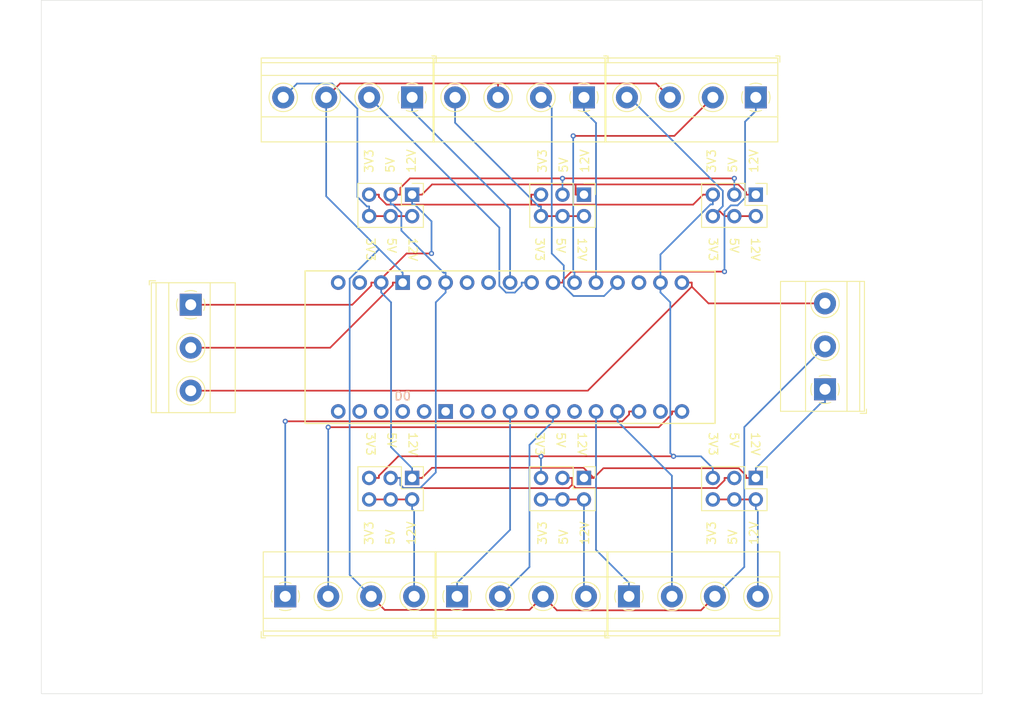
<source format=kicad_pcb>
(kicad_pcb (version 20240108) (generator "pcbnew") (generator_version "8.0")
  (title_block (title "A2SDI12") (date "2024-12-22") (rev "1") (comment 1 "TC-10860772"))
  (layers (0 "F.Cu" signal) (31 "B.Cu" signal) (34 "B.Paste" user) (35 "F.Paste" user) (36 "B.SilkS" user "B.Silkscreen") (37 "F.SilkS" user "F.Silkscreen") (38 "B.Mask" user) (39 "F.Mask" user) (44 "Edge.Cuts" user))
  (net 0 "")
  (net 1 "/D13")
  (net 2 "/A2")
  (net 5 "/A11")
  (net 7 "/A0")
  (net 9 "/D7")
  (net 11 "/A8")
  (net 14 "/D5")
  (net 16 "/A3")
  (net 17 "/A6")
  (net 18 "/A1")
  (net 21 "/A7")
  (net 22 "/A10")
  (net 23 "/A4")
  (net 24 "/A9")
  (net 28 "/A5")
  (net 29 "Net-(J2-Pin_2)")
  (net 30 "Net-(J5-Pin_2)")
  (net 31 "/GND")
  (net 32 "/3V3")
  (net 33 "/5V")
  (net 34 "/VIN")
  (net 35 "Net-(J1-Pin_2)")
  (net 36 "Net-(J10-Pin_2)")
  (net 37 "Net-(J11-Pin_2)")
  (net 38 "Net-(J12-Pin_2)")
  (footprint "Connector_PinHeader_2.54mm:PinHeader_2x03_P2.54mm_Vertical" (layer "F.Cu") (at 76.1758 73.482 -90)
    (property "Reference" "J10" (hide yes))
    (property "Value" "Conn_02x03_Odd_Even")
    (pad "1" thru_hole rect (at 0 0 270) (size 1.7 1.7) (drill 1) (layers "*.Cu" "*.Mask") (net 34 "/VIN"))
    (pad "2" thru_hole oval (at 2.54 0 270) (size 1.7 1.7) (drill 1) (layers "*.Cu" "*.Mask") (net 36 "Net-(J10-Pin_2)"))
    (pad "3" thru_hole oval (at 0 2.54 270) (size 1.7 1.7) (drill 1) (layers "*.Cu" "*.Mask") (net 33 "/5V"))
    (pad "4" thru_hole oval (at 2.54 2.54 270) (size 1.7 1.7) (drill 1) (layers "*.Cu" "*.Mask") (net 36 "Net-(J10-Pin_2)"))
    (pad "5" thru_hole oval (at 0 5.08 270) (size 1.7 1.7) (drill 1) (layers "*.Cu" "*.Mask") (net 32 "/3V3"))
    (pad "6" thru_hole oval (at 2.54 5.08 270) (size 1.7 1.7) (drill 1) (layers "*.Cu" "*.Mask") (net 36 "Net-(J10-Pin_2)"))
  )
  (footprint "TerminalBlock_Phoenix:TerminalBlock_Phoenix_MKDS-1,5-4-5.08_1x04_P5.08mm_Horizontal" (layer "F.Cu") (at 81.4958 87.482)
    (property "Reference" "J15" (hide yes))
    (property "Value" "Screw_Terminal_01x04")
    (pad "1" thru_hole rect (at 0 0) (size 2.6 2.6) (drill 1.3) (layers "*.Cu" "*.Mask") (net 17 "/A6"))
    (pad "2" thru_hole circle (at 5.08 0) (size 2.6 2.6) (drill 1.3) (layers "*.Cu" "*.Mask") (net 21 "/A7"))
    (pad "3" thru_hole circle (at 10.16 0) (size 2.6 2.6) (drill 1.3) (layers "*.Cu" "*.Mask") (net 31 "/GND"))
    (pad "4" thru_hole circle (at 15.24 0) (size 2.6 2.6) (drill 1.3) (layers "*.Cu" "*.Mask") (net 37 "Net-(J11-Pin_2)"))
  )
  (footprint "TerminalBlock_Phoenix:TerminalBlock_Phoenix_MKDS-1,5-4-5.08_1x04_P5.08mm_Horizontal" (layer "F.Cu") (at 76.1758 28.482 180)
    (property "Reference" "J6" (hide yes))
    (property "Value" "Screw_Terminal_01x04")
    (pad "1" thru_hole rect (at 0 0 180) (size 2.6 2.6) (drill 1.3) (layers "*.Cu" "*.Mask") (net 28 "/A5"))
    (pad "2" thru_hole circle (at 5.08 0 180) (size 2.6 2.6) (drill 1.3) (layers "*.Cu" "*.Mask") (net 23 "/A4"))
    (pad "3" thru_hole circle (at 10.16 0 180) (size 2.6 2.6) (drill 1.3) (layers "*.Cu" "*.Mask") (net 31 "/GND"))
    (pad "4" thru_hole circle (at 15.24 0 180) (size 2.6 2.6) (drill 1.3) (layers "*.Cu" "*.Mask") (net 30 "Net-(J5-Pin_2)"))
  )
  (footprint "PCM_arduino-library:Arduino_Micro_Socket" (layer "F.Cu") (at 112 49 180)
    (property "Reference" "A1" (hide yes))
    (property "Value" "Arduino_Micro_Socket")
    (fp_text user "D0" (at 36.94 -14.715 180) (layer "B.SilkS") (effects (justify mirror)))
    (fp_text user "D0" (at 36.94 -14.715 180) (layer "F.SilkS"))
    (pad "" np_thru_hole circle (at 1.38 -16.62 180) (size 1.4 1.4) (drill 1.4) (layers "F&B.Cu" "*.Mask"))
    (pad "" np_thru_hole circle (at 1.38 -1.38 180) (size 1.4 1.4) (drill 1.4) (layers "F&B.Cu" "*.Mask"))
    (pad "" thru_hole oval (at 26.78 -1.38 180) (size 1.7272 1.7272) (drill 1.016) (layers "*.Cu" "*.Mask"))
    (pad "" thru_hole oval (at 29.32 -1.38 180) (size 1.7272 1.7272) (drill 1.016) (layers "*.Cu" "*.Mask"))
    (pad "" np_thru_hole circle (at 47.1 -16.62 180) (size 1.016 1.016) (drill 1.016) (layers "*.Cu" "*.Mask"))
    (pad "" np_thru_hole circle (at 47.1 -1.38 180) (size 1.4 1.4) (drill 1.4) (layers "F&B.Cu" "*.Mask"))
    (pad "3V3" thru_hole oval (at 6.46 -1.38 180) (size 1.7272 1.7272) (drill 1.016) (layers "*.Cu" "*.Mask") (net 32 "/3V3"))
    (pad "5V" thru_hole oval (at 31.86 -1.38 180) (size 1.7272 1.7272) (drill 1.016) (layers "*.Cu" "*.Mask") (net 33 "/5V"))
    (pad "A0" thru_hole oval (at 11.54 -1.38 180) (size 1.7272 1.7272) (drill 1.016) (layers "*.Cu" "*.Mask") (net 7 "/A0"))
    (pad "A1" thru_hole oval (at 14.08 -1.38 180) (size 1.7272 1.7272) (drill 1.016) (layers "*.Cu" "*.Mask") (net 18 "/A1"))
    (pad "A2" thru_hole oval (at 16.62 -1.38 180) (size 1.7272 1.7272) (drill 1.016) (layers "*.Cu" "*.Mask") (net 2 "/A2"))
    (pad "A3" thru_hole oval (at 19.16 -1.38 180) (size 1.7272 1.7272) (drill 1.016) (layers "*.Cu" "*.Mask") (net 16 "/A3"))
    (pad "A4" thru_hole oval (at 21.7 -1.38 180) (size 1.7272 1.7272) (drill 1.016) (layers "*.Cu" "*.Mask") (net 23 "/A4"))
    (pad "A5" thru_hole oval (at 24.24 -1.38 180) (size 1.7272 1.7272) (drill 1.016) (layers "*.Cu" "*.Mask") (net 28 "/A5"))
    (pad "AREF" thru_hole oval (at 9 -1.38 180) (size 1.7272 1.7272) (drill 1.016) (layers "*.Cu" "*.Mask"))
    (pad "D0" thru_hole oval (at 36.94 -16.62 180) (size 1.7272 1.7272) (drill 1.016) (layers "*.Cu" "*.Mask"))
    (pad "D1" thru_hole oval (at 39.48 -16.62 180) (size 1.7272 1.7272) (drill 1.016) (layers "*.Cu" "*.Mask"))
    (pad "D2" thru_hole oval (at 29.32 -16.62 180) (size 1.7272 1.7272) (drill 1.016) (layers "*.Cu" "*.Mask"))
    (pad "D3" thru_hole oval (at 26.78 -16.62 180) (size 1.7272 1.7272) (drill 1.016) (layers "*.Cu" "*.Mask"))
    (pad "D4" thru_hole oval (at 24.24 -16.62 180) (size 1.7272 1.7272) (drill 1.016) (layers "*.Cu" "*.Mask") (net 17 "/A6"))
    (pad "D5" thru_hole oval (at 21.7 -16.62 180) (size 1.7272 1.7272) (drill 1.016) (layers "*.Cu" "*.Mask") (net 14 "/D5"))
    (pad "D6" thru_hole oval (at 19.16 -16.62 180) (size 1.7272 1.7272) (drill 1.016) (layers "*.Cu" "*.Mask") (net 21 "/A7"))
    (pad "D7" thru_hole oval (at 16.62 -16.62 180) (size 1.7272 1.7272) (drill 1.016) (layers "*.Cu" "*.Mask") (net 9 "/D7"))
    (pad "D8" thru_hole oval (at 14.08 -16.62 180) (size 1.7272 1.7272) (drill 1.016) (layers "*.Cu" "*.Mask") (net 11 "/A8"))
    (pad "D9" thru_hole oval (at 11.54 -16.62 180) (size 1.7272 1.7272) (drill 1.016) (layers "*.Cu" "*.Mask") (net 24 "/A9"))
    (pad "D10" thru_hole oval (at 9 -16.62 180) (size 1.7272 1.7272) (drill 1.016) (layers "*.Cu" "*.Mask") (net 22 "/A10"))
    (pad "D11" thru_hole oval (at 6.46 -16.62 180) (size 1.7272 1.7272) (drill 1.016) (layers "*.Cu" "*.Mask"))
    (pad "D12" thru_hole oval (at 3.92 -16.62 180) (size 1.7272 1.7272) (drill 1.016) (layers "*.Cu" "*.Mask") (net 5 "/A11"))
    (pad "D13" thru_hole oval (at 3.92 -1.38 180) (size 1.7272 1.7272) (drill 1.016) (layers "*.Cu" "*.Mask") (net 1 "/D13"))
    (pad "GND1" thru_hole rect (at 36.94 -1.38 180) (size 1.7272 1.7272) (drill 1.016) (layers "*.Cu" "*.Mask") (net 31 "/GND"))
    (pad "GND2" thru_hole rect (at 31.86 -16.62 180) (size 1.7272 1.7272) (drill 1.016) (layers "*.Cu" "*.Mask"))
    (pad "MISO" thru_hole oval (at 42.02 -1.38 180) (size 1.7272 1.7272) (drill 1.016) (layers "*.Cu" "*.Mask"))
    (pad "MOSI" thru_hole circle (at 44.56 -16.62 180) (size 1.7272 1.7272) (drill 1.016) (layers "*.Cu" "*.Mask"))
    (pad "RST1" thru_hole oval (at 34.4 -1.38 180) (size 1.7272 1.7272) (drill 1.016) (layers "*.Cu" "*.Mask"))
    (pad "RST2" thru_hole oval (at 34.4 -16.62 180) (size 1.7272 1.7272) (drill 1.016) (layers "*.Cu" "*.Mask"))
    (pad "SCK" thru_hole oval (at 44.56 -1.38 180) (size 1.7272 1.7272) (drill 1.016) (layers "*.Cu" "*.Mask"))
    (pad "SS" thru_hole oval (at 42.02 -16.62 180) (size 1.7272 1.7272) (drill 1.016) (layers "*.Cu" "*.Mask"))
    (pad "VIN" thru_hole oval (at 39.48 -1.38 180) (size 1.7272 1.7272) (drill 1.016) (layers "*.Cu" "*.Mask") (net 34 "/VIN"))
  )
  (footprint "MountingHole:MountingHole_2.5mm" (layer "F.Cu") (at 35.5 20.5)
    (property "Reference" "H1" (hide yes))
    (property "Value" "MountingHole_2.5mm")
    (pad "" np_thru_hole circle (at 0 0) (size 2.5 2.5) (drill 2.5) (layers "*.Cu" "*.Mask"))
  )
  (footprint "TerminalBlock_Phoenix:TerminalBlock_Phoenix_MKDS-1,5-4-5.08_1x04_P5.08mm_Horizontal" (layer "F.Cu") (at 61.1758 87.482)
    (property "Reference" "J14" (hide yes))
    (property "Value" "Screw_Terminal_01x04")
    (pad "1" thru_hole rect (at 0 0) (size 2.6 2.6) (drill 1.3) (layers "*.Cu" "*.Mask") (net 22 "/A10"))
    (pad "2" thru_hole circle (at 5.08 0) (size 2.6 2.6) (drill 1.3) (layers "*.Cu" "*.Mask") (net 5 "/A11"))
    (pad "3" thru_hole circle (at 10.16 0) (size 2.6 2.6) (drill 1.3) (layers "*.Cu" "*.Mask") (net 31 "/GND"))
    (pad "4" thru_hole circle (at 15.24 0) (size 2.6 2.6) (drill 1.3) (layers "*.Cu" "*.Mask") (net 36 "Net-(J10-Pin_2)"))
  )
  (footprint "TerminalBlock_Phoenix:TerminalBlock_Phoenix_MKDS-1,5-4-5.08_1x04_P5.08mm_Horizontal" (layer "F.Cu") (at 96.4958 28.482 180)
    (property "Reference" "J3" (hide yes))
    (property "Value" "Screw_Terminal_01x04")
    (pad "1" thru_hole rect (at 0 0 180) (size 2.6 2.6) (drill 1.3) (layers "*.Cu" "*.Mask") (net 18 "/A1"))
    (pad "2" thru_hole circle (at 5.08 0 180) (size 2.6 2.6) (drill 1.3) (layers "*.Cu" "*.Mask") (net 7 "/A0"))
    (pad "3" thru_hole circle (at 10.16 0 180) (size 2.6 2.6) (drill 1.3) (layers "*.Cu" "*.Mask") (net 31 "/GND"))
    (pad "4" thru_hole circle (at 15.24 0 180) (size 2.6 2.6) (drill 1.3) (layers "*.Cu" "*.Mask") (net 35 "Net-(J1-Pin_2)"))
  )
  (footprint "TerminalBlock_Phoenix:TerminalBlock_Phoenix_MKDS-1,5-4-5.08_1x04_P5.08mm_Horizontal" (layer "F.Cu") (at 116.8158 28.482 180)
    (property "Reference" "J4" (hide yes))
    (property "Value" "Screw_Terminal_01x04")
    (pad "1" thru_hole rect (at 0 0 180) (size 2.6 2.6) (drill 1.3) (layers "*.Cu" "*.Mask") (net 16 "/A3"))
    (pad "2" thru_hole circle (at 5.08 0 180) (size 2.6 2.6) (drill 1.3) (layers "*.Cu" "*.Mask") (net 2 "/A2"))
    (pad "3" thru_hole circle (at 10.16 0 180) (size 2.6 2.6) (drill 1.3) (layers "*.Cu" "*.Mask") (net 31 "/GND"))
    (pad "4" thru_hole circle (at 15.24 0 180) (size 2.6 2.6) (drill 1.3) (layers "*.Cu" "*.Mask") (net 29 "Net-(J2-Pin_2)"))
  )
  (footprint "Connector_PinHeader_2.54mm:PinHeader_2x03_P2.54mm_Vertical" (layer "F.Cu") (at 116.8158 73.482 -90)
    (property "Reference" "J12" (hide yes))
    (property "Value" "Conn_02x03_Odd_Even")
    (pad "1" thru_hole rect (at 0 0 270) (size 1.7 1.7) (drill 1) (layers "*.Cu" "*.Mask") (net 34 "/VIN"))
    (pad "2" thru_hole oval (at 2.54 0 270) (size 1.7 1.7) (drill 1) (layers "*.Cu" "*.Mask") (net 38 "Net-(J12-Pin_2)"))
    (pad "3" thru_hole oval (at 0 2.54 270) (size 1.7 1.7) (drill 1) (layers "*.Cu" "*.Mask") (net 33 "/5V"))
    (pad "4" thru_hole oval (at 2.54 2.54 270) (size 1.7 1.7) (drill 1) (layers "*.Cu" "*.Mask") (net 38 "Net-(J12-Pin_2)"))
    (pad "5" thru_hole oval (at 0 5.08 270) (size 1.7 1.7) (drill 1) (layers "*.Cu" "*.Mask") (net 32 "/3V3"))
    (pad "6" thru_hole oval (at 2.54 5.08 270) (size 1.7 1.7) (drill 1) (layers "*.Cu" "*.Mask") (net 38 "Net-(J12-Pin_2)"))
  )
  (footprint "MountingHole:MountingHole_2.5mm" (layer "F.Cu") (at 140.5 20.5)
    (property "Reference" "H2" (hide yes))
    (property "Value" "MountingHole_2.5mm")
    (pad "" np_thru_hole circle (at 0 0) (size 2.5 2.5) (drill 2.5) (layers "*.Cu" "*.Mask"))
  )
  (footprint "Connector_PinHeader_2.54mm:PinHeader_2x03_P2.54mm_Vertical" (layer "F.Cu") (at 76.1758 39.982 -90)
    (property "Reference" "J5" (hide yes))
    (property "Value" "Conn_02x03_Odd_Even")
    (pad "1" thru_hole rect (at 0 0 270) (size 1.7 1.7) (drill 1) (layers "*.Cu" "*.Mask") (net 34 "/VIN"))
    (pad "2" thru_hole oval (at 2.54 0 270) (size 1.7 1.7) (drill 1) (layers "*.Cu" "*.Mask") (net 30 "Net-(J5-Pin_2)"))
    (pad "3" thru_hole oval (at 0 2.54 270) (size 1.7 1.7) (drill 1) (layers "*.Cu" "*.Mask") (net 33 "/5V"))
    (pad "4" thru_hole oval (at 2.54 2.54 270) (size 1.7 1.7) (drill 1) (layers "*.Cu" "*.Mask") (net 30 "Net-(J5-Pin_2)"))
    (pad "5" thru_hole oval (at 0 5.08 270) (size 1.7 1.7) (drill 1) (layers "*.Cu" "*.Mask") (net 32 "/3V3"))
    (pad "6" thru_hole oval (at 2.54 5.08 270) (size 1.7 1.7) (drill 1) (layers "*.Cu" "*.Mask") (net 30 "Net-(J5-Pin_2)"))
  )
  (footprint "TerminalBlock_Phoenix:TerminalBlock_Phoenix_MKDS-1,5-3-5.08_1x03_P5.08mm_Horizontal" (layer "F.Cu") (at 50 53 -90)
    (property "Reference" "J8" (hide yes))
    (property "Value" "Screw_Terminal_01x03")
    (pad "1" thru_hole rect (at 0 0 270) (size 2.6 2.6) (drill 1.3) (layers "*.Cu" "*.Mask") (net 34 "/VIN"))
    (pad "2" thru_hole circle (at 5.08 0 270) (size 2.6 2.6) (drill 1.3) (layers "*.Cu" "*.Mask") (net 31 "/GND"))
    (pad "3" thru_hole circle (at 10.16 0 270) (size 2.6 2.6) (drill 1.3) (layers "*.Cu" "*.Mask") (net 1 "/D13"))
  )
  (footprint "TerminalBlock_Phoenix:TerminalBlock_Phoenix_MKDS-1,5-4-5.08_1x04_P5.08mm_Horizontal" (layer "F.Cu") (at 101.8158 87.482)
    (property "Reference" "J16" (hide yes))
    (property "Value" "Screw_Terminal_01x04")
    (pad "1" thru_hole rect (at 0 0) (size 2.6 2.6) (drill 1.3) (layers "*.Cu" "*.Mask") (net 11 "/A8"))
    (pad "2" thru_hole circle (at 5.08 0) (size 2.6 2.6) (drill 1.3) (layers "*.Cu" "*.Mask") (net 24 "/A9"))
    (pad "3" thru_hole circle (at 10.16 0) (size 2.6 2.6) (drill 1.3) (layers "*.Cu" "*.Mask") (net 31 "/GND"))
    (pad "4" thru_hole circle (at 15.24 0) (size 2.6 2.6) (drill 1.3) (layers "*.Cu" "*.Mask") (net 38 "Net-(J12-Pin_2)"))
  )
  (footprint "Connector_PinHeader_2.54mm:PinHeader_2x03_P2.54mm_Vertical" (layer "F.Cu") (at 116.8158 39.982 -90)
    (property "Reference" "J2" (hide yes))
    (property "Value" "Conn_02x03_Odd_Even")
    (pad "1" thru_hole rect (at 0 0 270) (size 1.7 1.7) (drill 1) (layers "*.Cu" "*.Mask") (net 34 "/VIN"))
    (pad "2" thru_hole oval (at 2.54 0 270) (size 1.7 1.7) (drill 1) (layers "*.Cu" "*.Mask") (net 29 "Net-(J2-Pin_2)"))
    (pad "3" thru_hole oval (at 0 2.54 270) (size 1.7 1.7) (drill 1) (layers "*.Cu" "*.Mask") (net 33 "/5V"))
    (pad "4" thru_hole oval (at 2.54 2.54 270) (size 1.7 1.7) (drill 1) (layers "*.Cu" "*.Mask") (net 29 "Net-(J2-Pin_2)"))
    (pad "5" thru_hole oval (at 0 5.08 270) (size 1.7 1.7) (drill 1) (layers "*.Cu" "*.Mask") (net 32 "/3V3"))
    (pad "6" thru_hole oval (at 2.54 5.08 270) (size 1.7 1.7) (drill 1) (layers "*.Cu" "*.Mask") (net 29 "Net-(J2-Pin_2)"))
  )
  (footprint "MountingHole:MountingHole_2.5mm" (layer "F.Cu") (at 140.5 95.5)
    (property "Reference" "H4" (hide yes))
    (property "Value" "MountingHole_2.5mm")
    (pad "" np_thru_hole circle (at 0 0) (size 2.5 2.5) (drill 2.5) (layers "*.Cu" "*.Mask"))
  )
  (footprint "Connector_PinHeader_2.54mm:PinHeader_2x03_P2.54mm_Vertical" (layer "F.Cu") (at 96.4958 73.482 -90)
    (property "Reference" "J11" (hide yes))
    (property "Value" "Conn_02x03_Odd_Even")
    (pad "1" thru_hole rect (at 0 0 270) (size 1.7 1.7) (drill 1) (layers "*.Cu" "*.Mask") (net 34 "/VIN"))
    (pad "2" thru_hole oval (at 2.54 0 270) (size 1.7 1.7) (drill 1) (layers "*.Cu" "*.Mask") (net 37 "Net-(J11-Pin_2)"))
    (pad "3" thru_hole oval (at 0 2.54 270) (size 1.7 1.7) (drill 1) (layers "*.Cu" "*.Mask") (net 33 "/5V"))
    (pad "4" thru_hole oval (at 2.54 2.54 270) (size 1.7 1.7) (drill 1) (layers "*.Cu" "*.Mask") (net 37 "Net-(J11-Pin_2)"))
    (pad "5" thru_hole oval (at 0 5.08 270) (size 1.7 1.7) (drill 1) (layers "*.Cu" "*.Mask") (net 32 "/3V3"))
    (pad "6" thru_hole oval (at 2.54 5.08 270) (size 1.7 1.7) (drill 1) (layers "*.Cu" "*.Mask") (net 37 "Net-(J11-Pin_2)"))
  )
  (footprint "TerminalBlock_Phoenix:TerminalBlock_Phoenix_MKDS-1,5-3-5.08_1x03_P5.08mm_Horizontal" (layer "F.Cu") (at 125 63 90)
    (property "Reference" "J9" (hide yes))
    (property "Value" "Screw_Terminal_01x03")
    (pad "1" thru_hole rect (at 0 0 90) (size 2.6 2.6) (drill 1.3) (layers "*.Cu" "*.Mask") (net 34 "/VIN"))
    (pad "2" thru_hole circle (at 5.08 0 90) (size 2.6 2.6) (drill 1.3) (layers "*.Cu" "*.Mask") (net 31 "/GND"))
    (pad "3" thru_hole circle (at 10.16 0 90) (size 2.6 2.6) (drill 1.3) (layers "*.Cu" "*.Mask") (net 1 "/D13"))
  )
  (footprint "Connector_PinHeader_2.54mm:PinHeader_2x03_P2.54mm_Vertical" (layer "F.Cu") (at 96.4958 39.982 -90)
    (property "Reference" "J1" (hide yes))
    (property "Value" "Conn_02x03_Odd_Even")
    (pad "1" thru_hole rect (at 0 0 270) (size 1.7 1.7) (drill 1) (layers "*.Cu" "*.Mask") (net 34 "/VIN"))
    (pad "2" thru_hole oval (at 2.54 0 270) (size 1.7 1.7) (drill 1) (layers "*.Cu" "*.Mask") (net 35 "Net-(J1-Pin_2)"))
    (pad "3" thru_hole oval (at 0 2.54 270) (size 1.7 1.7) (drill 1) (layers "*.Cu" "*.Mask") (net 33 "/5V"))
    (pad "4" thru_hole oval (at 2.54 2.54 270) (size 1.7 1.7) (drill 1) (layers "*.Cu" "*.Mask") (net 35 "Net-(J1-Pin_2)"))
    (pad "5" thru_hole oval (at 0 5.08 270) (size 1.7 1.7) (drill 1) (layers "*.Cu" "*.Mask") (net 32 "/3V3"))
    (pad "6" thru_hole oval (at 2.54 5.08 270) (size 1.7 1.7) (drill 1) (layers "*.Cu" "*.Mask") (net 35 "Net-(J1-Pin_2)"))
  )
  (footprint "MountingHole:MountingHole_2.5mm" (layer "F.Cu") (at 35.5 95.5)
    (property "Reference" "H3" (hide yes))
    (property "Value" "MountingHole_2.5mm")
    (pad "" np_thru_hole circle (at 0 0) (size 2.5 2.5) (drill 2.5) (layers "*.Cu" "*.Mask"))
  )
  (gr_rect (start 32.3379 16.991) (end 143.5879 98.991) (stroke (width 0.05)) (fill none) (layer "Edge.Cuts"))
  (gr_text "3V3" (at 92.1758 37.482 90) (layer "F.SilkS") (effects (font (size 1 1)) (justify left bottom)))
  (gr_text "5V" (at 113.6758 67.982 -90) (layer "F.SilkS") (effects (font (size 1 1)) (justify left bottom)))
  (gr_text "3V3\n" (at 90.6758 44.982 270) (layer "F.SilkS") (effects (font (size 1 1)) (justify left bottom)))
  (gr_text "12V" (at 116.1758 67.982 270) (layer "F.SilkS") (effects (font (size 1 1)) (justify left bottom)))
  (gr_text "5V" (at 114.6758 81.482 90) (layer "F.SilkS") (effects (font (size 1 1)) (justify left bottom)))
  (gr_text "12V" (at 75.6758 67.982 270) (layer "F.SilkS") (effects (font (size 1 1)) (justify left bottom)))
  (gr_text "5V" (at 74.1758 37.482 90) (layer "F.SilkS") (effects (font (size 1 1)) (justify left bottom)))
  (gr_text "12V" (at 95.6758 44.982 270) (layer "F.SilkS") (effects (font (size 1 1)) (justify left bottom)))
  (gr_text "12V" (at 97.1758 81.482 90) (layer "F.SilkS") (effects (font (size 1 1)) (justify left bottom)))
  (gr_text "3V3\n" (at 70.6758 67.982 270) (layer "F.SilkS") (effects (font (size 1 1)) (justify left bottom)))
  (gr_text "5V" (at 93.1758 67.982 -90) (layer "F.SilkS") (effects (font (size 1 1)) (justify left bottom)))
  (gr_text "12V" (at 117.1758 37.482 90) (layer "F.SilkS") (effects (font (size 1 1)) (justify left bottom)))
  (gr_text "3V3" (at 92.1758 81.482 90) (layer "F.SilkS") (effects (font (size 1 1)) (justify left bottom)))
  (gr_text "3V3" (at 112.1758 37.482 90) (layer "F.SilkS") (effects (font (size 1 1)) (justify left bottom)))
  (gr_text "3V3" (at 112.1758 81.482 90) (layer "F.SilkS") (effects (font (size 1 1)) (justify left bottom)))
  (gr_text "3V3\n" (at 111.1758 44.982 270) (layer "F.SilkS") (effects (font (size 1 1)) (justify left bottom)))
  (gr_text "5V" (at 74.1758 81.482 90) (layer "F.SilkS") (effects (font (size 1 1)) (justify left bottom)))
  (gr_text "12V" (at 116.1758 44.982 270) (layer "F.SilkS") (effects (font (size 1 1)) (justify left bottom)))
  (gr_text "12V" (at 75.6758 44.982 270) (layer "F.SilkS") (effects (font (size 1 1)) (justify left bottom)))
  (gr_text "3V3" (at 71.6758 37.482 90) (layer "F.SilkS") (effects (font (size 1 1)) (justify left bottom)))
  (gr_text "5V" (at 93.1758 44.982 -90) (layer "F.SilkS") (effects (font (size 1 1)) (justify left bottom)))
  (gr_text "5V" (at 94.6758 37.482 90) (layer "F.SilkS") (effects (font (size 1 1)) (justify left bottom)))
  (gr_text "12V" (at 97.1758 37.482 90) (layer "F.SilkS") (effects (font (size 1 1)) (justify left bottom)))
  (gr_text "3V3\n" (at 111.1758 67.982 270) (layer "F.SilkS") (effects (font (size 1 1)) (justify left bottom)))
  (gr_text "5V" (at 113.6758 44.982 -90) (layer "F.SilkS") (effects (font (size 1 1)) (justify left bottom)))
  (gr_text "5V" (at 73.1758 44.982 -90) (layer "F.SilkS") (effects (font (size 1 1)) (justify left bottom)))
  (gr_text "12V" (at 76.6758 37.482 90) (layer "F.SilkS") (effects (font (size 1 1)) (justify left bottom)))
  (gr_text "5V" (at 114.6758 37.482 90) (layer "F.SilkS") (effects (font (size 1 1)) (justify left bottom)))
  (gr_text "5V" (at 94.6758 81.482 90) (layer "F.SilkS") (effects (font (size 1 1)) (justify left bottom)))
  (gr_text "12V" (at 76.6758 81.482 90) (layer "F.SilkS") (effects (font (size 1 1)) (justify left bottom)))
  (gr_text "5V" (at 73.1758 67.982 -90) (layer "F.SilkS") (effects (font (size 1 1)) (justify left bottom)))
  (gr_text "3V3\n" (at 70.6758 44.982 270) (layer "F.SilkS") (effects (font (size 1 1)) (justify left bottom)))
  (gr_text "3V3" (at 71.6758 81.482 90) (layer "F.SilkS") (effects (font (size 1 1)) (justify left bottom)))
  (gr_text "12V" (at 117.1758 81.482 90) (layer "F.SilkS") (effects (font (size 1 1)) (justify left bottom)))
  (gr_text "3V3\n" (at 90.6758 67.982 270) (layer "F.SilkS") (effects (font (size 1 1)) (justify left bottom)))
  (gr_text "12V" (at 95.6758 67.982 270) (layer "F.SilkS") (effects (font (size 1 1)) (justify left bottom)))
  (segment (start 111.2224 52.84) (end 109.2453 50.8629) (width 0.2) (layer "F.Cu") (net 1))
  (segment (start 109.2453 50.8629) (end 109.2453 50.38) (width 0.2) (layer "F.Cu") (net 1))
  (segment (start 50 63.16) (end 96.9482 63.16) (width 0.2) (layer "F.Cu") (net 1))
  (segment (start 108.08 50.38) (end 109.2453 50.38) (width 0.2) (layer "F.Cu") (net 1))
  (segment (start 96.9482 63.16) (end 109.2453 50.8629) (width 0.2) (layer "F.Cu") (net 1))
  (segment (start 125 52.84) (end 111.2224 52.84) (width 0.2) (layer "F.Cu") (net 1))
  (segment (start 107.1823 33.0355) (end 95.2259 33.0355) (width 0.2) (layer "F.Cu") (net 2))
  (segment (start 111.7358 28.482) (end 107.1823 33.0355) (width 0.2) (layer "F.Cu") (net 2))
  (via (at 95.2259 33.0355) (size 0.6) (drill 0.3) (layers "F.Cu" "B.Cu") (net 2))
  (segment (start 95.38 50.38) (end 95.38 49.2147) (width 0.2) (layer "B.Cu") (net 2))
  (segment (start 95.2259 49.0606) (end 95.2259 33.0355) (width 0.2) (layer "B.Cu") (net 2))
  (segment (start 95.38 49.2147) (end 95.2259 49.0606) (width 0.2) (layer "B.Cu") (net 2))
  (segment (start 108.08 65.62) (end 106.9147 65.62) (width 0.2) (layer "F.Cu") (net 5))
  (segment (start 105.3433 67.4827) (end 66.2558 67.4827) (width 0.2) (layer "F.Cu") (net 5))
  (segment (start 106.9147 65.62) (end 106.9147 65.9113) (width 0.2) (layer "F.Cu") (net 5))
  (segment (start 106.9147 65.9113) (end 105.3433 67.4827) (width 0.2) (layer "F.Cu") (net 5))
  (via (at 66.2558 67.4827) (size 0.6) (drill 0.3) (layers "F.Cu" "B.Cu") (net 5))
  (segment (start 66.2558 87.482) (end 66.2558 67.4827) (width 0.2) (layer "B.Cu") (net 5))
  (segment (start 94.11 50.812) (end 95.2644 51.9664) (width 0.2) (layer "B.Cu") (net 7))
  (segment (start 95.2644 51.9664) (end 98.8736 51.9664) (width 0.2) (layer "B.Cu") (net 7))
  (segment (start 92.6858 29.752) (end 92.6858 46.9356) (width 0.2) (layer "B.Cu") (net 7))
  (segment (start 92.6858 46.9356) (end 94.11 48.3598) (width 0.2) (layer "B.Cu") (net 7))
  (segment (start 94.11 48.3598) (end 94.11 50.812) (width 0.2) (layer "B.Cu") (net 7))
  (segment (start 98.8736 51.9664) (end 100.46 50.38) (width 0.2) (layer "B.Cu") (net 7))
  (segment (start 91.4158 28.482) (end 92.6858 29.752) (width 0.2) (layer "B.Cu") (net 7))
  (segment (start 97.92 81.9845) (end 101.8158 85.8803) (width 0.2) (layer "B.Cu") (net 11))
  (segment (start 101.8158 87.482) (end 101.8158 85.8803) (width 0.2) (layer "B.Cu") (net 11))
  (segment (start 97.92 65.62) (end 97.92 81.9845) (width 0.2) (layer "B.Cu") (net 11))
  (segment (start 92.84 50.38) (end 94.0053 50.38) (width 0.2) (layer "F.Cu") (net 16))
  (segment (start 94.0053 50.0887) (end 95.0108 49.0832) (width 0.2) (layer "F.Cu") (net 16))
  (segment (start 94.0053 50.38) (end 94.0053 50.0887) (width 0.2) (layer "F.Cu") (net 16))
  (segment (start 95.0108 49.0832) (end 113.1124 49.0832) (width 0.2) (layer "F.Cu") (net 16))
  (via (at 113.1124 49.0832) (size 0.6) (drill 0.3) (layers "F.Cu" "B.Cu") (net 16))
  (segment (start 115.5458 40.3614) (end 114.6552 41.252) (width 0.2) (layer "B.Cu") (net 16))
  (segment (start 116.8158 28.482) (end 116.8158 30.0837) (width 0.2) (layer "B.Cu") (net 16))
  (segment (start 113.1124 41.997) (end 113.1124 49.0832) (width 0.2) (layer "B.Cu") (net 16))
  (segment (start 115.5458 31.3537) (end 115.5458 40.3614) (width 0.2) (layer "B.Cu") (net 16))
  (segment (start 116.8158 30.0837) (end 115.5458 31.3537) (width 0.2) (layer "B.Cu") (net 16))
  (segment (start 113.8574 41.252) (end 113.1124 41.997) (width 0.2) (layer "B.Cu") (net 16))
  (segment (start 114.6552 41.252) (end 113.8574 41.252) (width 0.2) (layer "B.Cu") (net 16))
  (segment (start 81.4958 87.482) (end 81.4958 85.8803) (width 0.2) (layer "B.Cu") (net 17))
  (segment (start 87.76 79.6161) (end 81.4958 85.8803) (width 0.2) (layer "B.Cu") (net 17))
  (segment (start 87.76 65.62) (end 87.76 79.6161) (width 0.2) (layer "B.Cu") (net 17))
  (segment (start 96.4958 28.482) (end 96.4958 30.0837) (width 0.2) (layer "B.Cu") (net 18))
  (segment (start 97.92 31.5079) (end 96.4958 30.0837) (width 0.2) (layer "B.Cu") (net 18))
  (segment (start 97.92 50.38) (end 97.92 31.5079) (width 0.2) (layer "B.Cu") (net 18))
  (segment (start 90.0556 69.5697) (end 90.0556 84.0022) (width 0.2) (layer "B.Cu") (net 21))
  (segment (start 90.0556 84.0022) (end 86.5758 87.482) (width 0.2) (layer "B.Cu") (net 21))
  (segment (start 92.84 65.62) (end 92.84 66.7853) (width 0.2) (layer "B.Cu") (net 21))
  (segment (start 92.84 66.7853) (end 90.0556 69.5697) (width 0.2) (layer "B.Cu") (net 21))
  (segment (start 101.0316 66.7853) (end 61.1758 66.7853) (width 0.2) (layer "F.Cu") (net 22))
  (segment (start 103 65.62) (end 101.8347 65.62) (width 0.2) (layer "F.Cu") (net 22))
  (segment (start 101.8347 65.9822) (end 101.0316 66.7853) (width 0.2) (layer "F.Cu") (net 22))
  (segment (start 101.8347 65.62) (end 101.8347 65.9822) (width 0.2) (layer "F.Cu") (net 22))
  (via (at 61.1758 66.7853) (size 0.6) (drill 0.3) (layers "F.Cu" "B.Cu") (net 22))
  (segment (start 61.1758 87.482) (end 61.1758 66.7853) (width 0.2) (layer "B.Cu") (net 22))
  (segment (start 87.2848 51.5597) (end 88.3172 51.5597) (width 0.2) (layer "B.Cu") (net 23))
  (segment (start 88.3172 51.5597) (end 89.1347 50.7422) (width 0.2) (layer "B.Cu") (net 23))
  (segment (start 86.49 43.8762) (end 86.49 50.7649) (width 0.2) (layer "B.Cu") (net 23))
  (segment (start 89.1347 50.7422) (end 89.1347 50.38) (width 0.2) (layer "B.Cu") (net 23))
  (segment (start 90.3 50.38) (end 89.1347 50.38) (width 0.2) (layer "B.Cu") (net 23))
  (segment (start 86.49 50.7649) (end 87.2848 51.5597) (width 0.2) (layer "B.Cu") (net 23))
  (segment (start 71.0958 28.482) (end 86.49 43.8762) (width 0.2) (layer "B.Cu") (net 23))
  (segment (start 106.8958 73.2211) (end 106.8958 87.482) (width 0.2) (layer "B.Cu") (net 24))
  (segment (start 100.46 65.62) (end 100.46 66.7853) (width 0.2) (layer "B.Cu") (net 24))
  (segment (start 100.46 66.7853) (end 106.8958 73.2211) (width 0.2) (layer "B.Cu") (net 24))
  (segment (start 87.76 50.38) (end 87.76 41.6679) (width 0.2) (layer "B.Cu") (net 28))
  (segment (start 87.76 41.6679) (end 76.1758 30.0837) (width 0.2) (layer "B.Cu") (net 28))
  (segment (start 76.1758 28.482) (end 76.1758 30.0837) (width 0.2) (layer "B.Cu") (net 28))
  (segment (start 113.7 42.522) (end 114.2758 42.522) (width 0.2) (layer "F.Cu") (net 29))
  (segment (start 113.7 42.522) (end 113.1241 42.522) (width 0.2) (layer "F.Cu") (net 29))
  (segment (start 112.5482 41.9461) (end 113.1241 42.522) (width 0.2) (layer "F.Cu") (net 29))
  (segment (start 114.2758 42.522) (end 116.8158 42.522) (width 0.2) (layer "F.Cu") (net 29))
  (segment (start 111.7358 42.522) (end 111.7358 41.9461) (width 0.2) (layer "F.Cu") (net 29))
  (segment (start 111.7358 41.9461) (end 112.5482 41.9461) (width 0.2) (layer "F.Cu") (net 29))
  (segment (start 101.8675 28.482) (end 101.5758 28.482) (width 0.2) (layer "B.Cu") (net 29))
  (segment (start 111.7358 42.522) (end 112.9143 41.3435) (width 0.2) (layer "B.Cu") (net 29))
  (segment (start 112.9143 41.3435) (end 112.9143 39.5288) (width 0.2) (layer "B.Cu") (net 29))
  (segment (start 112.9143 39.5288) (end 101.8675 28.482) (width 0.2) (layer "B.Cu") (net 29))
  (segment (start 73.6358 42.522) (end 76.1758 42.522) (width 0.2) (layer "F.Cu") (net 30))
  (segment (start 71.0958 42.522) (end 73.6358 42.522) (width 0.2) (layer "F.Cu") (net 30))
  (segment (start 69.706 29.8244) (end 69.706 40.249) (width 0.2) (layer "B.Cu") (net 30))
  (segment (start 60.9358 28.482) (end 62.5683 26.8495) (width 0.2) (layer "B.Cu") (net 30))
  (segment (start 71.0958 42.522) (end 71.0958 41.3703) (width 0.2) (layer "B.Cu") (net 30))
  (segment (start 70.8273 41.3703) (end 71.0958 41.3703) (width 0.2) (layer "B.Cu") (net 30))
  (segment (start 69.706 40.249) (end 70.8273 41.3703) (width 0.2) (layer "B.Cu") (net 30))
  (segment (start 66.7311 26.8495) (end 69.706 29.8244) (width 0.2) (layer "B.Cu") (net 30))
  (segment (start 62.5683 26.8495) (end 66.7311 26.8495) (width 0.2) (layer "B.Cu") (net 30))
  (segment (start 66.486 58.08) (end 73.8947 50.6713) (width 0.2) (layer "F.Cu") (net 31))
  (segment (start 111.9758 87.482) (end 110.3243 89.1335) (width 0.2) (layer "F.Cu") (net 31))
  (segment (start 72.9375 89.0837) (end 90.0541 89.0837) (width 0.2) (layer "F.Cu") (net 31))
  (segment (start 106.6558 28.482) (end 105.0063 26.8325) (width 0.2) (layer "F.Cu") (net 31))
  (segment (start 110.3243 89.1335) (end 93.3073 89.1335) (width 0.2) (layer "F.Cu") (net 31))
  (segment (start 50 58.08) (end 66.486 58.08) (width 0.2) (layer "F.Cu") (net 31))
  (segment (start 75.06 50.38) (end 73.8947 50.38) (width 0.2) (layer "F.Cu") (net 31))
  (segment (start 73.8947 50.6713) (end 73.8947 50.38) (width 0.2) (layer "F.Cu") (net 31))
  (segment (start 90.0541 89.0837) (end 91.6558 87.482) (width 0.2) (layer "F.Cu") (net 31))
  (segment (start 86.3358 26.8325) (end 67.6653 26.8325) (width 0.2) (layer "F.Cu") (net 31))
  (segment (start 86.3358 26.8325) (end 86.3358 28.482) (width 0.2) (layer "F.Cu") (net 31))
  (segment (start 93.3073 89.1335) (end 91.6558 87.482) (width 0.2) (layer "F.Cu") (net 31))
  (segment (start 71.3358 87.482) (end 72.9375 89.0837) (width 0.2) (layer "F.Cu") (net 31))
  (segment (start 67.6653 26.8325) (end 66.0158 28.482) (width 0.2) (layer "F.Cu") (net 31))
  (segment (start 105.0063 26.8325) (end 86.3358 26.8325) (width 0.2) (layer "F.Cu") (net 31))
  (segment (start 115.4556 67.4644) (end 115.4556 84.0022) (width 0.2) (layer "B.Cu") (net 31))
  (segment (start 68.7921 84.9383) (end 68.7921 49.9168) (width 0.2) (layer "B.Cu") (net 31))
  (segment (start 72.2771 46.4318) (end 66.0158 40.1705) (width 0.2) (layer "B.Cu") (net 31))
  (segment (start 66.0158 40.1705) (end 66.0158 28.482) (width 0.2) (layer "B.Cu") (net 31))
  (segment (start 71.3358 87.482) (end 68.7921 84.9383) (width 0.2) (layer "B.Cu") (net 31))
  (segment (start 75.06 50.38) (end 75.06 49.2147) (width 0.2) (layer "B.Cu") (net 31))
  (segment (start 115.4556 84.0022) (end 111.9758 87.482) (width 0.2) (layer "B.Cu") (net 31))
  (segment (start 125 57.92) (end 115.4556 67.4644) (width 0.2) (layer "B.Cu") (net 31))
  (segment (start 75.06 49.2147) (end 72.2771 46.4318) (width 0.2) (layer "B.Cu") (net 31))
  (segment (start 68.7921 49.9168) (end 72.2771 46.4318) (width 0.2) (layer "B.Cu") (net 31))
  (segment (start 91.4158 70.9209) (end 74.5401 70.9209) (width 0.2) (layer "F.Cu") (net 32))
  (segment (start 73.159 41.162) (end 90.2641 41.162) (width 0.2) (layer "F.Cu") (net 32))
  (segment (start 72.2475 39.982) (end 72.2475 40.2505) (width 0.2) (layer "F.Cu") (net 32))
  (segment (start 109.4041 41.162) (end 110.5841 39.982) (width 0.2) (layer "F.Cu") (net 32))
  (segment (start 91.4158 39.982) (end 90.2641 39.982) (width 0.2) (layer "F.Cu") (net 32))
  (segment (start 90.2641 41.162) (end 109.4041 41.162) (width 0.2) (layer "F.Cu") (net 32))
  (segment (start 111.7358 39.982) (end 110.5841 39.982) (width 0.2) (layer "F.Cu") (net 32))
  (segment (start 72.2475 73.2135) (end 72.2475 73.482) (width 0.2) (layer "F.Cu") (net 32))
  (segment (start 71.0958 39.982) (end 72.2475 39.982) (width 0.2) (layer "F.Cu") (net 32))
  (segment (start 72.2475 40.2505) (end 73.159 41.162) (width 0.2) (layer "F.Cu") (net 32))
  (segment (start 90.2641 39.982) (end 90.2641 41.162) (width 0.2) (layer "F.Cu") (net 32))
  (segment (start 71.0958 73.482) (end 72.2475 73.482) (width 0.2) (layer "F.Cu") (net 32))
  (segment (start 74.5401 70.9209) (end 72.2475 73.2135) (width 0.2) (layer "F.Cu") (net 32))
  (segment (start 107.0876 70.9209) (end 91.4158 70.9209) (width 0.2) (layer "F.Cu") (net 32))
  (via (at 107.0876 70.9209) (size 0.6) (drill 0.3) (layers "F.Cu" "B.Cu") (net 32))
  (via (at 91.4158 70.9209) (size 0.6) (drill 0.3) (layers "F.Cu" "B.Cu") (net 32))
  (segment (start 105.54 51.5453) (end 106.7053 52.7106) (width 0.2) (layer "B.Cu") (net 32))
  (segment (start 105.54 50.38) (end 105.54 51.5453) (width 0.2) (layer "B.Cu") (net 32))
  (segment (start 105.54 47.061) (end 105.54 50.38) (width 0.2) (layer "B.Cu") (net 32))
  (segment (start 91.4158 73.482) (end 91.4158 70.9209) (width 0.2) (layer "B.Cu") (net 32))
  (segment (start 111.7358 73.482) (end 111.7358 72.3303) (width 0.2) (layer "B.Cu") (net 32))
  (segment (start 106.7053 70.5386) (end 107.0876 70.9209) (width 0.2) (layer "B.Cu") (net 32))
  (segment (start 110.3264 70.9209) (end 111.7358 72.3303) (width 0.2) (layer "B.Cu") (net 32))
  (segment (start 111.4673 41.1337) (end 105.54 47.061) (width 0.2) (layer "B.Cu") (net 32))
  (segment (start 106.7053 52.7106) (end 106.7053 70.5386) (width 0.2) (layer "B.Cu") (net 32))
  (segment (start 111.7358 39.982) (end 111.7358 41.1337) (width 0.2) (layer "B.Cu") (net 32))
  (segment (start 107.0876 70.9209) (end 110.3264 70.9209) (width 0.2) (layer "B.Cu") (net 32))
  (segment (start 111.7358 41.1337) (end 111.4673 41.1337) (width 0.2) (layer "B.Cu") (net 32))
  (segment (start 93.9558 38.0569) (end 114.2758 38.0569) (width 0.2) (layer "F.Cu") (net 33))
  (segment (start 74.7875 39.982) (end 74.7875 39.1902) (width 0.2) (layer "F.Cu") (net 33))
  (segment (start 93.9558 73.482) (end 95.1075 73.482) (width 0.2) (layer "F.Cu") (net 33))
  (segment (start 75.1737 74.6827) (end 74.7875 74.2965) (width 0.2) (layer "F.Cu") (net 33))
  (segment (start 95.1075 74.2738) (end 94.6986 74.6827) (width 0.2) (layer "F.Cu") (net 33))
  (segment (start 113.1241 73.7505) (end 113.1241 73.482) (width 0.2) (layer "F.Cu") (net 33))
  (segment (start 75.9208 38.0569) (end 93.9558 38.0569) (width 0.2) (layer "F.Cu") (net 33))
  (segment (start 73.6358 73.482) (end 74.7875 73.482) (width 0.2) (layer "F.Cu") (net 33))
  (segment (start 114.2758 73.482) (end 113.1241 73.482) (width 0.2) (layer "F.Cu") (net 33))
  (segment (start 95.5063 74.6726) (end 112.202 74.6726) (width 0.2) (layer "F.Cu") (net 33))
  (segment (start 74.7875 74.2965) (end 74.7875 73.482) (width 0.2) (layer "F.Cu") (net 33))
  (segment (start 95.1075 74.2738) (end 95.5063 74.6726) (width 0.2) (layer "F.Cu") (net 33))
  (segment (start 112.202 74.6726) (end 113.1241 73.7505) (width 0.2) (layer "F.Cu") (net 33))
  (segment (start 94.6986 74.6827) (end 75.1737 74.6827) (width 0.2) (layer "F.Cu") (net 33))
  (segment (start 73.6358 39.982) (end 74.7875 39.982) (width 0.2) (layer "F.Cu") (net 33))
  (segment (start 95.1075 73.482) (end 95.1075 74.2738) (width 0.2) (layer "F.Cu") (net 33))
  (segment (start 74.7875 39.1902) (end 75.9208 38.0569) (width 0.2) (layer "F.Cu") (net 33))
  (via (at 93.9558 38.0569) (size 0.6) (drill 0.3) (layers "F.Cu" "B.Cu") (net 33))
  (via (at 114.2758 38.0569) (size 0.6) (drill 0.3) (layers "F.Cu" "B.Cu") (net 33))
  (segment (start 73.6358 41.1337) (end 73.9043 41.1337) (width 0.2) (layer "B.Cu") (net 33))
  (segment (start 75.1636 74.6726) (end 74.7875 74.2965) (width 0.2) (layer "B.Cu") (net 33))
  (segment (start 114.2758 39.982) (end 114.2758 38.0569) (width 0.2) (layer "B.Cu") (net 33))
  (segment (start 79.8934 49.2147) (end 80.14 49.2147) (width 0.2) (layer "B.Cu") (net 33))
  (segment (start 93.9558 39.982) (end 93.9558 38.0569) (width 0.2) (layer "B.Cu") (net 33))
  (segment (start 78.9747 72.8264) (end 77.1285 74.6726) (width 0.2) (layer "B.Cu") (net 33))
  (segment (start 80.14 49.7973) (end 80.14 50.38) (width 0.2) (layer "B.Cu") (net 33))
  (segment (start 80.14 49.7973) (end 80.14 49.2147) (width 0.2) (layer "B.Cu") (net 33))
  (segment (start 80.14 51.5453) (end 78.9747 52.7106) (width 0.2) (layer "B.Cu") (net 33))
  (segment (start 73.9043 41.1337) (end 74.9058 42.1352) (width 0.2) (layer "B.Cu") (net 33))
  (segment (start 73.6358 73.482) (end 74.7875 73.482) (width 0.2) (layer "B.Cu") (net 33))
  (segment (start 74.9058 42.1352) (end 74.9058 44.2271) (width 0.2) (layer "B.Cu") (net 33))
  (segment (start 73.6358 39.982) (end 73.6358 41.1337) (width 0.2) (layer "B.Cu") (net 33))
  (segment (start 74.7875 74.2965) (end 74.7875 73.482) (width 0.2) (layer "B.Cu") (net 33))
  (segment (start 80.14 50.38) (end 80.14 51.5453) (width 0.2) (layer "B.Cu") (net 33))
  (segment (start 74.9058 44.2271) (end 79.8934 49.2147) (width 0.2) (layer "B.Cu") (net 33))
  (segment (start 78.9747 52.7106) (end 78.9747 72.8264) (width 0.2) (layer "B.Cu") (net 33))
  (segment (start 77.1285 74.6726) (end 75.1636 74.6726) (width 0.2) (layer "B.Cu") (net 33))
  (segment (start 96.4457 72.2802) (end 97.6475 73.482) (width 0.2) (layer "F.Cu") (net 34))
  (segment (start 115.6641 73.1941) (end 114.8003 72.3303) (width 0.2) (layer "F.Cu") (net 34))
  (segment (start 95.5104 39.982) (end 95.5104 38.7747) (width 0.2) (layer "F.Cu") (net 34))
  (segment (start 71.3547 50.7422) (end 71.3547 50.38) (width 0.2) (layer "F.Cu") (net 34))
  (segment (start 78.5348 38.7747) (end 95.5104 38.7747) (width 0.2) (layer "F.Cu") (net 34))
  (segment (start 115.6641 73.482) (end 115.6641 73.1941) (width 0.2) (layer "F.Cu") (net 34))
  (segment (start 77.3275 73.482) (end 78.5293 72.2802) (width 0.2) (layer "F.Cu") (net 34))
  (segment (start 71.9374 50.38) (end 72.0782 50.38) (width 0.2) (layer "F.Cu") (net 34))
  (segment (start 72.52 50.38) (end 72.0782 50.38) (width 0.2) (layer "F.Cu") (net 34))
  (segment (start 96.4958 73.482) (end 97.6475 73.482) (width 0.2) (layer "F.Cu") (net 34))
  (segment (start 76.1758 39.982) (end 77.3275 39.982) (width 0.2) (layer "F.Cu") (net 34))
  (segment (start 116.8158 39.982) (end 115.6641 39.982) (width 0.2) (layer "F.Cu") (net 34))
  (segment (start 71.9374 50.38) (end 71.3547 50.38) (width 0.2) (layer "F.Cu") (net 34))
  (segment (start 115.6641 39.6941) (end 115.6641 39.982) (width 0.2) (layer "F.Cu") (net 34))
  (segment (start 78.5293 72.2802) (end 96.4457 72.2802) (width 0.2) (layer "F.Cu") (net 34))
  (segment (start 76.1758 73.482) (end 77.3275 73.482) (width 0.2) (layer "F.Cu") (net 34))
  (segment (start 50 53) (end 69.0969 53) (width 0.2) (layer "F.Cu") (net 34))
  (segment (start 69.0969 53) (end 71.3547 50.7422) (width 0.2) (layer "F.Cu") (net 34))
  (segment (start 77.3275 39.982) (end 78.5348 38.7747) (width 0.2) (layer "F.Cu") (net 34))
  (segment (start 95.5104 38.7747) (end 114.7447 38.7747) (width 0.2) (layer "F.Cu") (net 34))
  (segment (start 116.8158 73.482) (end 115.6641 73.482) (width 0.2) (layer "F.Cu") (net 34))
  (segment (start 114.8003 72.3303) (end 98.7992 72.3303) (width 0.2) (layer "F.Cu") (net 34))
  (segment (start 75.5175 46.9407) (end 78.4702 46.9407) (width 0.2) (layer "F.Cu") (net 34))
  (segment (start 98.7992 72.3303) (end 97.6475 73.482) (width 0.2) (layer "F.Cu") (net 34))
  (segment (start 72.0782 50.38) (end 75.5175 46.9407) (width 0.2) (layer "F.Cu") (net 34))
  (segment (start 96.4958 39.982) (end 95.5104 39.982) (width 0.2) (layer "F.Cu") (net 34))
  (segment (start 114.7447 38.7747) (end 115.6641 39.6941) (width 0.2) (layer "F.Cu") (net 34))
  (via (at 78.4702 46.9407) (size 0.6) (drill 0.3) (layers "F.Cu" "B.Cu") (net 34))
  (segment (start 125 64.6017) (end 124.5444 64.6017) (width 0.2) (layer "B.Cu") (net 34))
  (segment (start 124.5444 64.6017) (end 116.8158 72.3303) (width 0.2) (layer "B.Cu") (net 34))
  (segment (start 72.52 51.5453) (end 73.6853 52.7106) (width 0.2) (layer "B.Cu") (net 34))
  (segment (start 116.8158 73.482) (end 116.8158 72.3303) (width 0.2) (layer "B.Cu") (net 34))
  (segment (start 76.1758 73.482) (end 76.1758 72.3303) (width 0.2) (layer "B.Cu") (net 34))
  (segment (start 125 63) (end 125 64.6017) (width 0.2) (layer "B.Cu") (net 34))
  (segment (start 73.6853 69.8398) (end 76.1758 72.3303) (width 0.2) (layer "B.Cu") (net 34))
  (segment (start 78.4702 46.9407) (end 78.4702 43.1402) (width 0.2) (layer "B.Cu") (net 34))
  (segment (start 72.52 50.38) (end 72.52 51.5453) (width 0.2) (layer "B.Cu") (net 34))
  (segment (start 76.4637 41.1337) (end 76.1758 41.1337) (width 0.2) (layer "B.Cu") (net 34))
  (segment (start 78.4702 43.1402) (end 76.4637 41.1337) (width 0.2) (layer "B.Cu") (net 34))
  (segment (start 73.6853 52.7106) (end 73.6853 69.8398) (width 0.2) (layer "B.Cu") (net 34))
  (segment (start 76.1758 39.982) (end 76.1758 41.1337) (width 0.2) (layer "B.Cu") (net 34))
  (segment (start 91.4158 42.522) (end 93.9558 42.522) (width 0.2) (layer "F.Cu") (net 35))
  (segment (start 93.9558 42.522) (end 96.4958 42.522) (width 0.2) (layer "F.Cu") (net 35))
  (segment (start 81.2558 31.4788) (end 91.1473 41.3703) (width 0.2) (layer "B.Cu") (net 35))
  (segment (start 81.2558 28.482) (end 81.2558 31.4788) (width 0.2) (layer "B.Cu") (net 35))
  (segment (start 91.4158 42.522) (end 91.4158 41.3703) (width 0.2) (layer "B.Cu") (net 35))
  (segment (start 91.1473 41.3703) (end 91.4158 41.3703) (width 0.2) (layer "B.Cu") (net 35))
  (segment (start 73.6358 76.022) (end 76.1758 76.022) (width 0.2) (layer "F.Cu") (net 36))
  (segment (start 71.0958 76.022) (end 73.6358 76.022) (width 0.2) (layer "F.Cu") (net 36))
  (segment (start 76.4158 87.482) (end 76.4158 77.4137) (width 0.2) (layer "B.Cu") (net 36))
  (segment (start 76.1758 76.022) (end 76.1758 77.1737) (width 0.2) (layer "B.Cu") (net 36))
  (segment (start 76.4158 77.4137) (end 76.1758 77.1737) (width 0.2) (layer "B.Cu") (net 36))
  (segment (start 93.9558 76.022) (end 96.4958 76.022) (width 0.2) (layer "F.Cu") (net 37))
  (segment (start 96.7358 87.482) (end 96.4958 87.242) (width 0.2) (layer "B.Cu") (net 37))
  (segment (start 96.4958 87.242) (end 96.4958 76.022) (width 0.2) (layer "B.Cu") (net 37))
  (segment (start 91.4158 76.022) (end 93.9558 76.022) (width 0.2) (layer "B.Cu") (net 37))
  (segment (start 114.2758 76.022) (end 116.8158 76.022) (width 0.2) (layer "F.Cu") (net 38))
  (segment (start 111.7358 76.022) (end 114.2758 76.022) (width 0.2) (layer "F.Cu") (net 38))
  (segment (start 117.0558 77.4137) (end 116.8158 77.1737) (width 0.2) (layer "B.Cu") (net 38))
  (segment (start 116.8158 76.022) (end 116.8158 77.1737) (width 0.2) (layer "B.Cu") (net 38))
  (segment (start 117.0558 87.482) (end 117.0558 77.4137) (width 0.2) (layer "B.Cu") (net 38))
)
</source>
